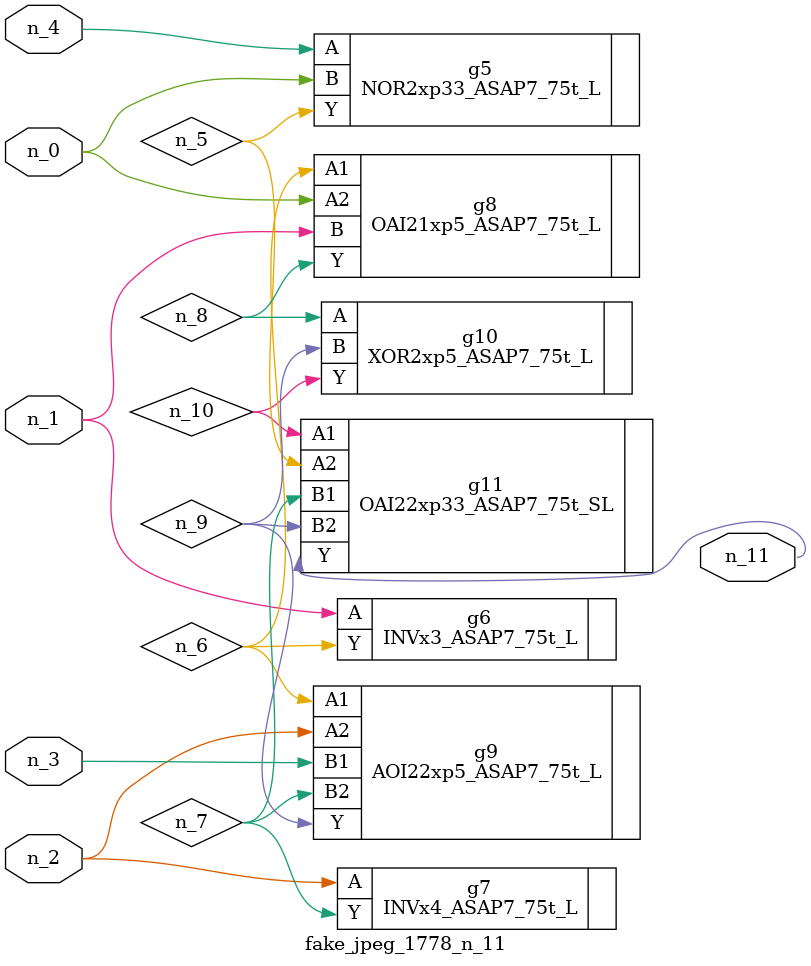
<source format=v>
module fake_jpeg_1778_n_11 (n_3, n_2, n_1, n_0, n_4, n_11);

input n_3;
input n_2;
input n_1;
input n_0;
input n_4;

output n_11;

wire n_10;
wire n_8;
wire n_9;
wire n_6;
wire n_5;
wire n_7;

NOR2xp33_ASAP7_75t_L g5 ( 
.A(n_4),
.B(n_0),
.Y(n_5)
);

INVx3_ASAP7_75t_L g6 ( 
.A(n_1),
.Y(n_6)
);

INVx4_ASAP7_75t_L g7 ( 
.A(n_2),
.Y(n_7)
);

OAI21xp5_ASAP7_75t_L g8 ( 
.A1(n_6),
.A2(n_0),
.B(n_1),
.Y(n_8)
);

XOR2xp5_ASAP7_75t_L g10 ( 
.A(n_8),
.B(n_9),
.Y(n_10)
);

AOI22xp5_ASAP7_75t_L g9 ( 
.A1(n_6),
.A2(n_2),
.B1(n_3),
.B2(n_7),
.Y(n_9)
);

OAI22xp33_ASAP7_75t_SL g11 ( 
.A1(n_10),
.A2(n_5),
.B1(n_7),
.B2(n_9),
.Y(n_11)
);


endmodule
</source>
